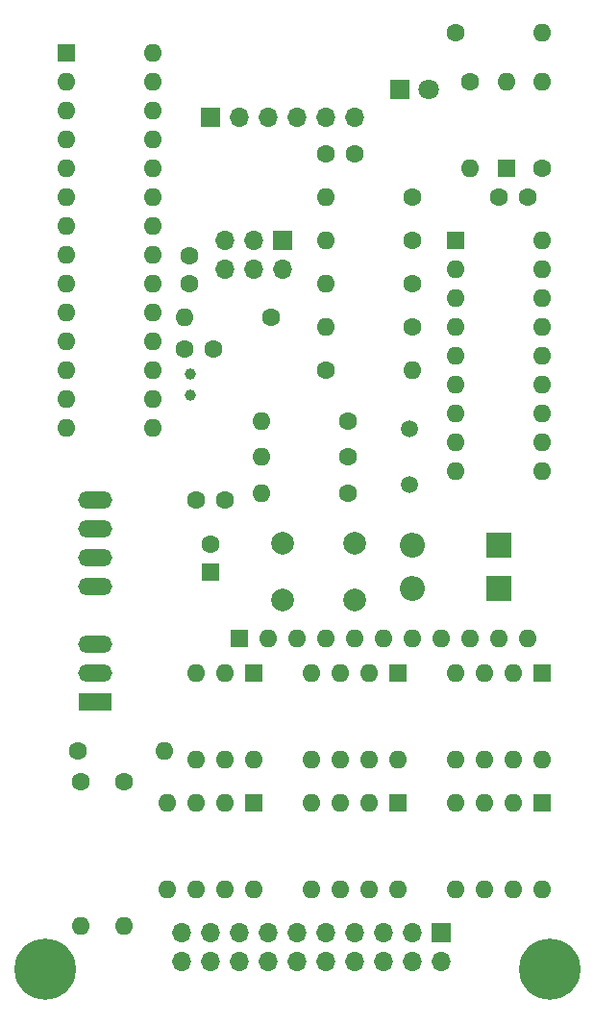
<source format=gbr>
G04 #@! TF.GenerationSoftware,KiCad,Pcbnew,7.0.5*
G04 #@! TF.CreationDate,2023-07-04T12:21:56-07:00*
G04 #@! TF.ProjectId,we755a_dtmf,77653735-3561-45f6-9474-6d662e6b6963,2*
G04 #@! TF.SameCoordinates,Original*
G04 #@! TF.FileFunction,Soldermask,Bot*
G04 #@! TF.FilePolarity,Negative*
%FSLAX46Y46*%
G04 Gerber Fmt 4.6, Leading zero omitted, Abs format (unit mm)*
G04 Created by KiCad (PCBNEW 7.0.5) date 2023-07-04 12:21:56*
%MOMM*%
%LPD*%
G01*
G04 APERTURE LIST*
%ADD10R,1.600000X1.600000*%
%ADD11O,1.600000X1.600000*%
%ADD12C,1.600000*%
%ADD13C,1.500000*%
%ADD14R,3.000000X1.500000*%
%ADD15O,3.000000X1.500000*%
%ADD16R,1.800000X1.800000*%
%ADD17C,1.800000*%
%ADD18C,1.000000*%
%ADD19C,2.000000*%
%ADD20R,1.700000X1.700000*%
%ADD21O,1.700000X1.700000*%
%ADD22C,5.400000*%
%ADD23R,2.200000X2.200000*%
%ADD24O,2.200000X2.200000*%
G04 APERTURE END LIST*
D10*
X54610000Y-82550000D03*
D11*
X52070000Y-82550000D03*
X49530000Y-82550000D03*
X49530000Y-90170000D03*
X52070000Y-90170000D03*
X54610000Y-90170000D03*
D12*
X80010000Y-38100000D03*
D11*
X80010000Y-30480000D03*
D12*
X73660000Y-30480000D03*
D11*
X73660000Y-38100000D03*
D10*
X76835000Y-38100000D03*
D11*
X76835000Y-30480000D03*
D12*
X43180000Y-92075000D03*
D11*
X43180000Y-104775000D03*
D13*
X68326000Y-61050000D03*
X68326000Y-65930000D03*
D14*
X40640000Y-85090000D03*
D15*
X40640000Y-82550000D03*
X40640000Y-80010000D03*
X40640000Y-74930000D03*
X40640000Y-72390000D03*
X40640000Y-69850000D03*
X40640000Y-67310000D03*
D10*
X67310000Y-93980000D03*
D11*
X64770000Y-93980000D03*
X62230000Y-93980000D03*
X59690000Y-93980000D03*
X59690000Y-101600000D03*
X62230000Y-101600000D03*
X64770000Y-101600000D03*
X67310000Y-101600000D03*
D12*
X68580000Y-44450000D03*
D11*
X60960000Y-44450000D03*
D16*
X67432000Y-31115000D03*
D17*
X69972000Y-31115000D03*
D12*
X68580000Y-52070000D03*
D11*
X60960000Y-52070000D03*
D12*
X62865000Y-66675000D03*
D11*
X55245000Y-66675000D03*
D12*
X60980000Y-36830000D03*
X63480000Y-36830000D03*
X39370000Y-92075000D03*
D11*
X39370000Y-104775000D03*
D18*
X49022000Y-56200000D03*
X49022000Y-58100000D03*
D19*
X63500000Y-71120000D03*
X63500000Y-76120000D03*
D10*
X67310000Y-82550000D03*
D11*
X64770000Y-82550000D03*
X62230000Y-82550000D03*
X59690000Y-82550000D03*
X59690000Y-90170000D03*
X62230000Y-90170000D03*
X64770000Y-90170000D03*
X67310000Y-90170000D03*
D12*
X68580000Y-40640000D03*
D11*
X60960000Y-40640000D03*
D10*
X54600000Y-93980000D03*
D11*
X52060000Y-93980000D03*
X49520000Y-93980000D03*
X46980000Y-93980000D03*
X46980000Y-101600000D03*
X49520000Y-101600000D03*
X52060000Y-101600000D03*
X54600000Y-101600000D03*
D12*
X48534000Y-53975000D03*
X51034000Y-53975000D03*
D10*
X80010000Y-82550000D03*
D11*
X77470000Y-82550000D03*
X74930000Y-82550000D03*
X72390000Y-82550000D03*
X72390000Y-90170000D03*
X74930000Y-90170000D03*
X77470000Y-90170000D03*
X80010000Y-90170000D03*
D12*
X68580000Y-48260000D03*
D11*
X60960000Y-48260000D03*
D20*
X50800000Y-33585000D03*
D21*
X53340000Y-33585000D03*
X55880000Y-33585000D03*
X58420000Y-33585000D03*
X60960000Y-33585000D03*
X63500000Y-33585000D03*
D12*
X72390000Y-26162000D03*
D11*
X80010000Y-26162000D03*
D12*
X62865000Y-60325000D03*
D11*
X55245000Y-60325000D03*
D20*
X71120000Y-105410000D03*
D21*
X71120000Y-107950000D03*
X68580000Y-105410000D03*
X68580000Y-107950000D03*
X66040000Y-105410000D03*
X66040000Y-107950000D03*
X63500000Y-105410000D03*
X63500000Y-107950000D03*
X60960000Y-105410000D03*
X60960000Y-107950000D03*
X58420000Y-105410000D03*
X58420000Y-107950000D03*
X55880000Y-105410000D03*
X55880000Y-107950000D03*
X53340000Y-105410000D03*
X53340000Y-107950000D03*
X50800000Y-105410000D03*
X50800000Y-107950000D03*
X48260000Y-105410000D03*
X48260000Y-107950000D03*
D10*
X50800000Y-73660000D03*
D12*
X50800000Y-71160000D03*
X62865000Y-63500000D03*
D11*
X55245000Y-63500000D03*
D12*
X39116000Y-89408000D03*
D11*
X46736000Y-89408000D03*
D12*
X56134000Y-51181000D03*
D11*
X48514000Y-51181000D03*
D22*
X36195000Y-108585000D03*
D12*
X76200000Y-40640000D03*
X78700000Y-40640000D03*
D10*
X80010000Y-93980000D03*
D11*
X77470000Y-93980000D03*
X74930000Y-93980000D03*
X72390000Y-93980000D03*
X72390000Y-101600000D03*
X74930000Y-101600000D03*
X77470000Y-101600000D03*
X80010000Y-101600000D03*
D22*
X80645000Y-108585000D03*
D23*
X76200000Y-71247000D03*
D24*
X68580000Y-71247000D03*
D19*
X57150000Y-71120000D03*
X57150000Y-76120000D03*
D10*
X72390000Y-44450000D03*
D11*
X72390000Y-46990000D03*
X72390000Y-49530000D03*
X72390000Y-52070000D03*
X72390000Y-54610000D03*
X72390000Y-57150000D03*
X72390000Y-59690000D03*
X72390000Y-62230000D03*
X72390000Y-64770000D03*
X80010000Y-64770000D03*
X80010000Y-62230000D03*
X80010000Y-59690000D03*
X80010000Y-57150000D03*
X80010000Y-54610000D03*
X80010000Y-52070000D03*
X80010000Y-49530000D03*
X80010000Y-46990000D03*
X80010000Y-44450000D03*
D10*
X53340000Y-79502000D03*
D11*
X55880000Y-79502000D03*
X58420000Y-79502000D03*
X60960000Y-79502000D03*
X63500000Y-79502000D03*
X66040000Y-79502000D03*
X68580000Y-79502000D03*
X71120000Y-79502000D03*
X73660000Y-79502000D03*
X76200000Y-79502000D03*
X78740000Y-79502000D03*
D20*
X57150000Y-44450000D03*
D21*
X57150000Y-46990000D03*
X54610000Y-44450000D03*
X54610000Y-46990000D03*
X52070000Y-44450000D03*
X52070000Y-46990000D03*
D12*
X60960000Y-55880000D03*
D11*
X68580000Y-55880000D03*
D12*
X48895000Y-48260000D03*
X48895000Y-45760000D03*
D10*
X38100000Y-27940000D03*
D11*
X38100000Y-30480000D03*
X38100000Y-33020000D03*
X38100000Y-35560000D03*
X38100000Y-38100000D03*
X38100000Y-40640000D03*
X38100000Y-43180000D03*
X38100000Y-45720000D03*
X38100000Y-48260000D03*
X38100000Y-50800000D03*
X38100000Y-53340000D03*
X38100000Y-55880000D03*
X38100000Y-58420000D03*
X38100000Y-60960000D03*
X45720000Y-60960000D03*
X45720000Y-58420000D03*
X45720000Y-55880000D03*
X45720000Y-53340000D03*
X45720000Y-50800000D03*
X45720000Y-48260000D03*
X45720000Y-45720000D03*
X45720000Y-43180000D03*
X45720000Y-40640000D03*
X45720000Y-38100000D03*
X45720000Y-35560000D03*
X45720000Y-33020000D03*
X45720000Y-30480000D03*
X45720000Y-27940000D03*
D12*
X52050000Y-67310000D03*
X49550000Y-67310000D03*
D23*
X76200000Y-75057000D03*
D24*
X68580000Y-75057000D03*
M02*

</source>
